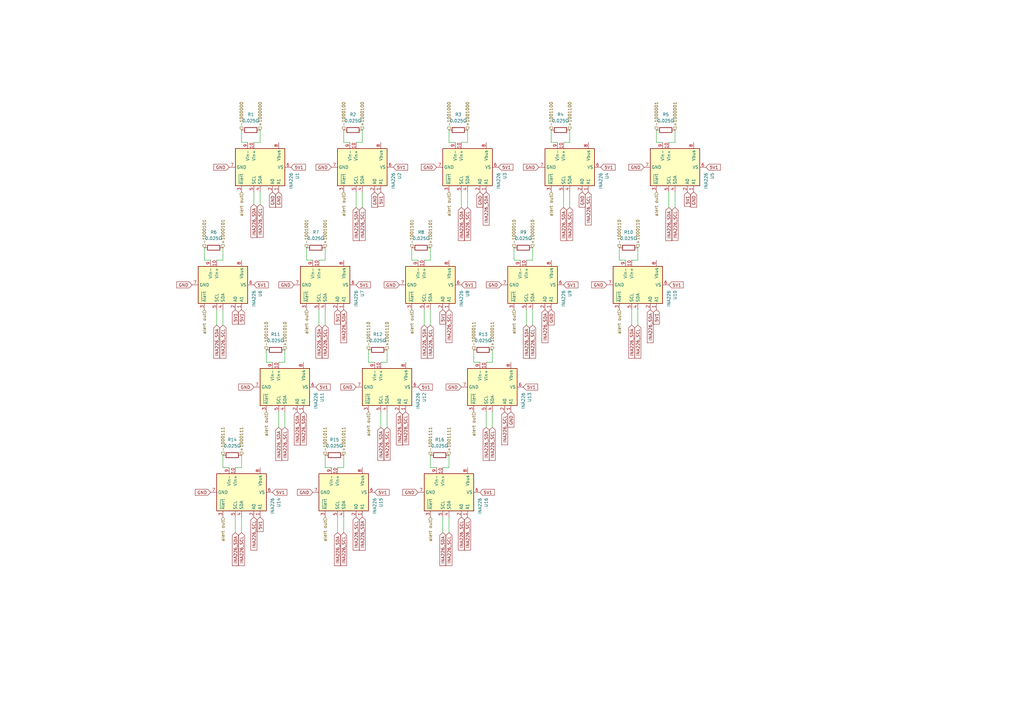
<source format=kicad_sch>
(kicad_sch (version 20231120) (generator "eeschema") (generator_version "8.0")
  (paper "A3")
  (lib_symbols
    (symbol "Device:R" (pin_numbers hide) (pin_names (offset 0))
      (property "Reference" "R" (at 2.032 0 90))
      (property "Value" "R" (at 0 0 90))
      (symbol "R_0_1"
        (rectangle (start -1.016 -2.54) (end 1.016 2.54) (stroke (width 0.254)))
      )
      (symbol "R_1_1"
        (pin passive line (at 0 3.81 270) (length 1.27) (name "~") (number "1"))
        (pin passive line (at 0 -3.81 90) (length 1.27) (name "~") (number "2"))
      )
    )
    (symbol "Sensor_Energy:INA226"
      (property "Reference" "U" (at -6.35 11.43 0))
      (property "Value" "INA226" (at 3.81 11.43 0))
      (symbol "INA226_0_1"
        (rectangle (start 7.62 10.16) (end -7.62 -10.16) (stroke (width 0.254)) (fill (type background)))
      )
      (symbol "INA226_1_1"
        (pin input line (at 10.16 7.62 180) (length 2.54) (name "A1") (number "1"))
        (pin input line (at -10.16 -2.54 0) (length 2.54) (name "Vin+") (number "10"))
        (pin input line (at 10.16 5.08 180) (length 2.54) (name "A0") (number "2"))
        (pin open_collector line (at 10.16 -7.62 180) (length 2.54) (name "~{Alert}") (number "3"))
        (pin bidirectional line (at 10.16 0 180) (length 2.54) (name "SDA") (number "4"))
        (pin input line (at 10.16 -2.54 180) (length 2.54) (name "SCL") (number "5"))
        (pin power_in line (at 0 12.7 270) (length 2.54) (name "VS") (number "6"))
        (pin power_in line (at 0 -12.7 90) (length 2.54) (name "GND") (number "7"))
        (pin input line (at -10.16 7.62 0) (length 2.54) (name "Vbus") (number "8"))
        (pin input line (at -10.16 -5.08 0) (length 2.54) (name "Vin-") (number "9"))
      )
    )
  )
  (wire (pts (xy 106.68 53.34) (xy 106.68 58.42)))
  (wire (pts (xy 140.97 186.69) (xy 140.97 191.77)))
  (wire (pts (xy 133.35 101.6) (xy 133.35 106.68)))
  (wire (pts (xy 259.08 133.35) (xy 259.08 127)))
  (wire (pts (xy 156.21 175.26) (xy 156.21 168.91)))
  (wire (pts (xy 194.31 148.59) (xy 196.85 148.59)))
  (wire (pts (xy 276.86 85.09) (xy 276.86 78.74)))
  (wire (pts (xy 91.44 191.77) (xy 93.98 191.77)))
  (wire (pts (xy 83.82 106.68) (xy 86.36 106.68)))
  (wire (pts (xy 104.14 78.74) (xy 104.14 83.82)))
  (wire (pts (xy 130.81 133.35) (xy 130.81 127)))
  (wire (pts (xy 140.97 191.77) (xy 138.43 191.77)))
  (wire (pts (xy 201.93 148.59) (xy 199.39 148.59)))
  (wire (pts (xy 274.32 85.09) (xy 274.32 78.74)))
  (wire (pts (xy 233.68 58.42) (xy 231.14 58.42)))
  (wire (pts (xy 148.59 85.09) (xy 148.59 78.74)))
  (wire (pts (xy 226.06 58.42) (xy 228.6 58.42)))
  (wire (pts (xy 168.91 106.68) (xy 171.45 106.68)))
  (wire (pts (xy 189.23 85.09) (xy 189.23 78.74)))
  (wire (pts (xy 116.84 175.26) (xy 116.84 168.91)))
  (wire (pts (xy 176.53 186.69) (xy 176.53 191.77)))
  (wire (pts (xy 114.3 175.26) (xy 114.3 168.91)))
  (wire (pts (xy 254 106.68) (xy 256.54 106.68)))
  (wire (pts (xy 168.91 101.6) (xy 168.91 106.68)))
  (wire (pts (xy 184.15 186.69) (xy 184.15 191.77)))
  (wire (pts (xy 106.68 58.42) (xy 104.14 58.42)))
  (wire (pts (xy 99.06 186.69) (xy 99.06 191.77)))
  (wire (pts (xy 276.86 53.34) (xy 276.86 58.42)))
  (wire (pts (xy 109.22 148.59) (xy 111.76 148.59)))
  (wire (pts (xy 231.14 85.09) (xy 231.14 78.74)))
  (wire (pts (xy 158.75 148.59) (xy 156.21 148.59)))
  (wire (pts (xy 176.53 106.68) (xy 173.99 106.68)))
  (wire (pts (xy 133.35 186.69) (xy 133.35 191.77)))
  (wire (pts (xy 91.44 133.35) (xy 91.44 127)))
  (wire (pts (xy 148.59 58.42) (xy 146.05 58.42)))
  (wire (pts (xy 158.75 175.26) (xy 158.75 168.91)))
  (wire (pts (xy 96.52 218.44) (xy 96.52 212.09)))
  (wire (pts (xy 233.68 53.34) (xy 233.68 58.42)))
  (wire (pts (xy 125.73 106.68) (xy 128.27 106.68)))
  (wire (pts (xy 83.82 101.6) (xy 83.82 106.68)))
  (wire (pts (xy 261.62 101.6) (xy 261.62 106.68)))
  (wire (pts (xy 199.39 175.26) (xy 199.39 168.91)))
  (wire (pts (xy 151.13 148.59) (xy 153.67 148.59)))
  (wire (pts (xy 276.86 58.42) (xy 274.32 58.42)))
  (wire (pts (xy 201.93 175.26) (xy 201.93 168.91)))
  (wire (pts (xy 140.97 218.44) (xy 140.97 212.09)))
  (wire (pts (xy 184.15 53.34) (xy 184.15 58.42)))
  (wire (pts (xy 261.62 106.68) (xy 259.08 106.68)))
  (wire (pts (xy 181.61 218.44) (xy 181.61 212.09)))
  (wire (pts (xy 269.24 58.42) (xy 271.78 58.42)))
  (wire (pts (xy 91.44 186.69) (xy 91.44 191.77)))
  (wire (pts (xy 151.13 143.51) (xy 151.13 148.59)))
  (wire (pts (xy 116.84 148.59) (xy 114.3 148.59)))
  (wire (pts (xy 218.44 133.35) (xy 218.44 127)))
  (wire (pts (xy 146.05 85.09) (xy 146.05 78.74)))
  (wire (pts (xy 91.44 101.6) (xy 91.44 106.68)))
  (wire (pts (xy 91.44 106.68) (xy 88.9 106.68)))
  (wire (pts (xy 218.44 101.6) (xy 218.44 106.68)))
  (wire (pts (xy 138.43 218.44) (xy 138.43 212.09)))
  (wire (pts (xy 191.77 58.42) (xy 189.23 58.42)))
  (wire (pts (xy 109.22 143.51) (xy 109.22 148.59)))
  (wire (pts (xy 133.35 191.77) (xy 135.89 191.77)))
  (wire (pts (xy 194.31 143.51) (xy 194.31 148.59)))
  (wire (pts (xy 184.15 191.77) (xy 181.61 191.77)))
  (wire (pts (xy 176.53 133.35) (xy 176.53 127)))
  (wire (pts (xy 99.06 218.44) (xy 99.06 212.09)))
  (wire (pts (xy 99.06 191.77) (xy 96.52 191.77)))
  (wire (pts (xy 210.82 106.68) (xy 213.36 106.68)))
  (wire (pts (xy 191.77 85.09) (xy 191.77 78.74)))
  (wire (pts (xy 210.82 101.6) (xy 210.82 106.68)))
  (wire (pts (xy 99.06 53.34) (xy 99.06 58.42)))
  (wire (pts (xy 140.97 58.42) (xy 143.51 58.42)))
  (wire (pts (xy 261.62 133.35) (xy 261.62 127)))
  (wire (pts (xy 140.97 53.34) (xy 140.97 58.42)))
  (wire (pts (xy 88.9 133.35) (xy 88.9 127)))
  (wire (pts (xy 201.93 143.51) (xy 201.93 148.59)))
  (wire (pts (xy 269.24 53.34) (xy 269.24 58.42)))
  (wire (pts (xy 158.75 143.51) (xy 158.75 148.59)))
  (wire (pts (xy 215.9 133.35) (xy 215.9 127)))
  (wire (pts (xy 176.53 191.77) (xy 179.07 191.77)))
  (wire (pts (xy 133.35 106.68) (xy 130.81 106.68)))
  (wire (pts (xy 116.84 143.51) (xy 116.84 148.59)))
  (wire (pts (xy 173.99 133.35) (xy 173.99 127)))
  (wire (pts (xy 191.77 53.34) (xy 191.77 58.42)))
  (wire (pts (xy 176.53 101.6) (xy 176.53 106.68)))
  (wire (pts (xy 184.15 218.44) (xy 184.15 212.09)))
  (wire (pts (xy 133.35 133.35) (xy 133.35 127)))
  (wire (pts (xy 254 101.6) (xy 254 106.68)))
  (wire (pts (xy 184.15 58.42) (xy 186.69 58.42)))
  (wire (pts (xy 99.06 58.42) (xy 101.6 58.42)))
  (wire (pts (xy 218.44 106.68) (xy 215.9 106.68)))
  (wire (pts (xy 226.06 53.34) (xy 226.06 58.42)))
  (wire (pts (xy 148.59 53.34) (xy 148.59 58.42)))
  (wire (pts (xy 106.68 83.82) (xy 106.68 78.74)))
  (wire (pts (xy 125.73 101.6) (xy 125.73 106.68)))
  (wire (pts (xy 233.68 85.09) (xy 233.68 78.74)))
  (global_label "INA226_SCL" (shape input) (at 176.53 133.35 270) (property "Intersheetrefs" "${INTERSHEET_REFS}" (effects (hide yes))))
  (global_label "INA226_SCL" (shape input) (at 106.68 83.82 270) (property "Intersheetrefs" "${INTERSHEET_REFS}" (effects (hide yes))))
  (global_label "INA226_SDA" (shape input) (at 266.7 127 270) (property "Intersheetrefs" "${INTERSHEET_REFS}" (effects (hide yes))))
  (global_label "5V1" (shape input) (at 129.54 158.75 0) (property "Intersheetrefs" "${INTERSHEET_REFS}" (effects (hide yes))))
  (global_label "INA226_SDA" (shape input) (at 124.46 168.91 270) (property "Intersheetrefs" "${INTERSHEET_REFS}" (effects (hide yes))))
  (global_label "INA226_SDA" (shape input) (at 199.39 175.26 270) (property "Intersheetrefs" "${INTERSHEET_REFS}" (effects (hide yes))))
  (global_label "INA226_SDA" (shape input) (at 189.23 85.09 270) (property "Intersheetrefs" "${INTERSHEET_REFS}" (effects (hide yes))))
  (global_label "5V1" (shape input) (at 269.24 127 270) (property "Intersheetrefs" "${INTERSHEET_REFS}" (effects (hide yes))))
  (global_label "INA226_SDA" (shape input) (at 156.21 175.26 270) (property "Intersheetrefs" "${INTERSHEET_REFS}" (effects (hide yes))))
  (global_label "INA226_SCL" (shape input) (at 133.35 133.35 270) (property "Intersheetrefs" "${INTERSHEET_REFS}" (effects (hide yes))))
  (global_label "INA226_SDA" (shape input) (at 148.59 212.09 270) (property "Intersheetrefs" "${INTERSHEET_REFS}" (effects (hide yes))))
  (global_label "GND" (shape input) (at 284.48 78.74 270) (property "Intersheetrefs" "${INTERSHEET_REFS}" (effects (hide yes))))
  (global_label "INA226_SCL" (shape input) (at 191.77 85.09 270) (property "Intersheetrefs" "${INTERSHEET_REFS}" (effects (hide yes))))
  (global_label "GND" (shape input) (at 111.76 78.74 270) (property "Intersheetrefs" "${INTERSHEET_REFS}" (effects (hide yes))))
  (global_label "INA226_SCL" (shape input) (at 91.44 133.35 270) (property "Intersheetrefs" "${INTERSHEET_REFS}" (effects (hide yes))))
  (global_label "5V1" (shape input) (at 99.06 127 270) (property "Intersheetrefs" "${INTERSHEET_REFS}" (effects (hide yes))))
  (global_label "5V1" (shape input) (at 246.38 68.58 0) (property "Intersheetrefs" "${INTERSHEET_REFS}" (effects (hide yes))))
  (global_label "INA226_SDA" (shape input) (at 130.81 133.35 270) (property "Intersheetrefs" "${INTERSHEET_REFS}" (effects (hide yes))))
  (global_label "INA226_SCL" (shape input) (at 166.37 168.91 270) (property "Intersheetrefs" "${INTERSHEET_REFS}" (effects (hide yes))))
  (global_label "INA226_SCL" (shape input) (at 201.93 175.26 270) (property "Intersheetrefs" "${INTERSHEET_REFS}" (effects (hide yes))))
  (global_label "GND" (shape input) (at 209.55 168.91 270) (property "Intersheetrefs" "${INTERSHEET_REFS}" (effects (hide yes))))
  (global_label "INA226_SCL" (shape input) (at 104.14 212.09 270) (property "Intersheetrefs" "${INTERSHEET_REFS}" (effects (hide yes))))
  (global_label "INA226_SCL" (shape input) (at 146.05 212.09 270) (property "Intersheetrefs" "${INTERSHEET_REFS}" (effects (hide yes))))
  (global_label "INA226_SDA" (shape input) (at 173.99 133.35 270) (property "Intersheetrefs" "${INTERSHEET_REFS}" (effects (hide yes))))
  (global_label "INA226_SDA" (shape input) (at 96.52 218.44 270) (property "Intersheetrefs" "${INTERSHEET_REFS}" (effects (hide yes))))
  (global_label "GND" (shape input) (at 163.83 116.84 180) (property "Intersheetrefs" "${INTERSHEET_REFS}" (effects (hide yes))))
  (global_label "GND" (shape input) (at 264.16 68.58 180) (property "Intersheetrefs" "${INTERSHEET_REFS}" (effects (hide yes))))
  (global_label "5V1" (shape input) (at 161.29 68.58 0) (property "Intersheetrefs" "${INTERSHEET_REFS}" (effects (hide yes))))
  (global_label "GND" (shape input) (at 220.98 68.58 180) (property "Intersheetrefs" "${INTERSHEET_REFS}" (effects (hide yes))))
  (global_label "INA226_SDA" (shape input) (at 104.14 83.82 270) (property "Intersheetrefs" "${INTERSHEET_REFS}" (effects (hide yes))))
  (global_label "5V1" (shape input) (at 274.32 116.84 0) (property "Intersheetrefs" "${INTERSHEET_REFS}" (effects (hide yes))))
  (global_label "5V1" (shape input) (at 181.61 127 270) (property "Intersheetrefs" "${INTERSHEET_REFS}" (effects (hide yes))))
  (global_label "INA226_SCL" (shape input) (at 158.75 175.26 270) (property "Intersheetrefs" "${INTERSHEET_REFS}" (effects (hide yes))))
  (global_label "GND" (shape input) (at 196.85 78.74 270) (property "Intersheetrefs" "${INTERSHEET_REFS}" (effects (hide yes))))
  (global_label "5V1" (shape input) (at 146.05 116.84 0) (property "Intersheetrefs" "${INTERSHEET_REFS}" (effects (hide yes))))
  (global_label "INA226_SCL" (shape input) (at 184.15 218.44 270) (property "Intersheetrefs" "${INTERSHEET_REFS}" (effects (hide yes))))
  (global_label "INA226_SCL" (shape input) (at 189.23 212.09 270) (property "Intersheetrefs" "${INTERSHEET_REFS}" (effects (hide yes))))
  (global_label "5V1" (shape input) (at 289.56 68.58 0) (property "Intersheetrefs" "${INTERSHEET_REFS}" (effects (hide yes))))
  (global_label "5V1" (shape input) (at 156.21 78.74 270) (property "Intersheetrefs" "${INTERSHEET_REFS}" (effects (hide yes))))
  (global_label "GND" (shape input) (at 189.23 158.75 180) (property "Intersheetrefs" "${INTERSHEET_REFS}" (effects (hide yes))))
  (global_label "GND" (shape input) (at 104.14 158.75 180) (property "Intersheetrefs" "${INTERSHEET_REFS}" (effects (hide yes))))
  (global_label "5V1" (shape input) (at 204.47 68.58 0) (property "Intersheetrefs" "${INTERSHEET_REFS}" (effects (hide yes))))
  (global_label "INA226_SDA" (shape input) (at 274.32 85.09 270) (property "Intersheetrefs" "${INTERSHEET_REFS}" (effects (hide yes))))
  (global_label "INA226_SDA" (shape input) (at 121.92 168.91 270) (property "Intersheetrefs" "${INTERSHEET_REFS}" (effects (hide yes))))
  (global_label "INA226_SCL" (shape input) (at 184.15 127 270) (property "Intersheetrefs" "${INTERSHEET_REFS}" (effects (hide yes))))
  (global_label "INA226_SDA" (shape input) (at 114.3 175.26 270) (property "Intersheetrefs" "${INTERSHEET_REFS}" (effects (hide yes))))
  (global_label "INA226_SDA" (shape input) (at 215.9 133.35 270) (property "Intersheetrefs" "${INTERSHEET_REFS}" (effects (hide yes))))
  (global_label "GND" (shape input) (at 86.36 201.93 180) (property "Intersheetrefs" "${INTERSHEET_REFS}" (effects (hide yes))))
  (global_label "INA226_SCL" (shape input) (at 191.77 212.09 270) (property "Intersheetrefs" "${INTERSHEET_REFS}" (effects (hide yes))))
  (global_label "5V1" (shape input) (at 231.14 116.84 0) (property "Intersheetrefs" "${INTERSHEET_REFS}" (effects (hide yes))))
  (global_label "INA226_SDA" (shape input) (at 146.05 85.09 270) (property "Intersheetrefs" "${INTERSHEET_REFS}" (effects (hide yes))))
  (global_label "GND" (shape input) (at 179.07 68.58 180) (property "Intersheetrefs" "${INTERSHEET_REFS}" (effects (hide yes))))
  (global_label "INA226_SCL" (shape input) (at 148.59 85.09 270) (property "Intersheetrefs" "${INTERSHEET_REFS}" (effects (hide yes))))
  (global_label "INA226_SDA" (shape input) (at 223.52 127 270) (property "Intersheetrefs" "${INTERSHEET_REFS}" (effects (hide yes))))
  (global_label "INA226_SCL" (shape input) (at 116.84 175.26 270) (property "Intersheetrefs" "${INTERSHEET_REFS}" (effects (hide yes))))
  (global_label "5V1" (shape input) (at 153.67 201.93 0) (property "Intersheetrefs" "${INTERSHEET_REFS}" (effects (hide yes))))
  (global_label "GND" (shape input) (at 120.65 116.84 180) (property "Intersheetrefs" "${INTERSHEET_REFS}" (effects (hide yes))))
  (global_label "5V1" (shape input) (at 106.68 212.09 270) (property "Intersheetrefs" "${INTERSHEET_REFS}" (effects (hide yes))))
  (global_label "GND" (shape input) (at 248.92 116.84 180) (property "Intersheetrefs" "${INTERSHEET_REFS}" (effects (hide yes))))
  (global_label "INA226_SCL" (shape input) (at 218.44 133.35 270) (property "Intersheetrefs" "${INTERSHEET_REFS}" (effects (hide yes))))
  (global_label "GND" (shape input) (at 238.76 78.74 270) (property "Intersheetrefs" "${INTERSHEET_REFS}" (effects (hide yes))))
  (global_label "GND" (shape input) (at 153.67 78.74 270) (property "Intersheetrefs" "${INTERSHEET_REFS}" (effects (hide yes))))
  (global_label "INA226_SCL" (shape input) (at 241.3 78.74 270) (property "Intersheetrefs" "${INTERSHEET_REFS}" (effects (hide yes))))
  (global_label "INA226_SCL" (shape input) (at 276.86 85.09 270) (property "Intersheetrefs" "${INTERSHEET_REFS}" (effects (hide yes))))
  (global_label "INA226_SDA" (shape input) (at 140.97 127 270) (property "Intersheetrefs" "${INTERSHEET_REFS}" (effects (hide yes))))
  (global_label "5V1" (shape input) (at 214.63 158.75 0) (property "Intersheetrefs" "${INTERSHEET_REFS}" (effects (hide yes))))
  (global_label "INA226_SDA" (shape input) (at 138.43 218.44 270) (property "Intersheetrefs" "${INTERSHEET_REFS}" (effects (hide yes))))
  (global_label "5V1" (shape input) (at 119.38 68.58 0) (property "Intersheetrefs" "${INTERSHEET_REFS}" (effects (hide yes))))
  (global_label "GND" (shape input) (at 128.27 201.93 180) (property "Intersheetrefs" "${INTERSHEET_REFS}" (effects (hide yes))))
  (global_label "5V1" (shape input) (at 281.94 78.74 270) (property "Intersheetrefs" "${INTERSHEET_REFS}" (effects (hide yes))))
  (global_label "INA226_SCL" (shape input) (at 99.06 218.44 270) (property "Intersheetrefs" "${INTERSHEET_REFS}" (effects (hide yes))))
  (global_label "INA226_SDA" (shape input) (at 163.83 168.91 270) (property "Intersheetrefs" "${INTERSHEET_REFS}" (effects (hide yes))))
  (global_label "GND" (shape input) (at 146.05 158.75 180) (property "Intersheetrefs" "${INTERSHEET_REFS}" (effects (hide yes))))
  (global_label "5V1" (shape input) (at 138.43 127 270) (property "Intersheetrefs" "${INTERSHEET_REFS}" (effects (hide yes))))
  (global_label "GND" (shape input) (at 205.74 116.84 180) (property "Intersheetrefs" "${INTERSHEET_REFS}" (effects (hide yes))))
  (global_label "GND" (shape input) (at 171.45 201.93 180) (property "Intersheetrefs" "${INTERSHEET_REFS}" (effects (hide yes))))
  (global_label "GND" (shape input) (at 93.98 68.58 180) (property "Intersheetrefs" "${INTERSHEET_REFS}" (effects (hide yes))))
  (global_label "5V1" (shape input) (at 196.85 201.93 0) (property "Intersheetrefs" "${INTERSHEET_REFS}" (effects (hide yes))))
  (global_label "INA226_SDA" (shape input) (at 199.39 78.74 270) (property "Intersheetrefs" "${INTERSHEET_REFS}" (effects (hide yes))))
  (global_label "5V1" (shape input) (at 104.14 116.84 0) (property "Intersheetrefs" "${INTERSHEET_REFS}" (effects (hide yes))))
  (global_label "INA226_SCL" (shape input) (at 233.68 85.09 270) (property "Intersheetrefs" "${INTERSHEET_REFS}" (effects (hide yes))))
  (global_label "INA226_SDA" (shape input) (at 231.14 85.09 270) (property "Intersheetrefs" "${INTERSHEET_REFS}" (effects (hide yes))))
  (global_label "GND" (shape input) (at 114.3 78.74 270) (property "Intersheetrefs" "${INTERSHEET_REFS}" (effects (hide yes))))
  (global_label "INA226_SCL" (shape input) (at 140.97 218.44 270) (property "Intersheetrefs" "${INTERSHEET_REFS}" (effects (hide yes))))
  (global_label "INA226_SDA" (shape input) (at 181.61 218.44 270) (property "Intersheetrefs" "${INTERSHEET_REFS}" (effects (hide yes))))
  (global_label "GND" (shape input) (at 78.74 116.84 180) (property "Intersheetrefs" "${INTERSHEET_REFS}" (effects (hide yes))))
  (global_label "5V1" (shape input) (at 111.76 201.93 0) (property "Intersheetrefs" "${INTERSHEET_REFS}" (effects (hide yes))))
  (global_label "INA226_SDA" (shape input) (at 259.08 133.35 270) (property "Intersheetrefs" "${INTERSHEET_REFS}" (effects (hide yes))))
  (global_label "5V1" (shape input) (at 189.23 116.84 0) (property "Intersheetrefs" "${INTERSHEET_REFS}" (effects (hide yes))))
  (global_label "GND" (shape input) (at 226.06 127 270) (property "Intersheetrefs" "${INTERSHEET_REFS}" (effects (hide yes))))
  (global_label "INA226_SCL" (shape input) (at 207.01 168.91 270) (property "Intersheetrefs" "${INTERSHEET_REFS}" (effects (hide yes))))
  (global_label "5V1" (shape input) (at 171.45 158.75 0) (property "Intersheetrefs" "${INTERSHEET_REFS}" (effects (hide yes))))
  (global_label "INA226_SDA" (shape input) (at 88.9 133.35 270) (property "Intersheetrefs" "${INTERSHEET_REFS}" (effects (hide yes))))
  (global_label "5V1" (shape input) (at 96.52 127 270) (property "Intersheetrefs" "${INTERSHEET_REFS}" (effects (hide yes))))
  (global_label "INA226_SCL" (shape input) (at 261.62 133.35 270) (property "Intersheetrefs" "${INTERSHEET_REFS}" (effects (hide yes))))
  (global_label "GND" (shape input) (at 135.89 68.58 180) (property "Intersheetrefs" "${INTERSHEET_REFS}" (effects (hide yes))))
  (hierarchical_label "+1001110" (shape input) (at 158.75 143.51 90))
  (hierarchical_label "+1000001" (shape input) (at 276.86 53.34 90))
  (hierarchical_label "+1000100" (shape input) (at 148.59 53.34 90))
  (hierarchical_label "alert out" (shape input) (at 125.73 127 270))
  (hierarchical_label "-1000111" (shape input) (at 91.44 186.69 90))
  (hierarchical_label "+1000000" (shape input) (at 106.68 53.34 90))
  (hierarchical_label "alert out" (shape input) (at 83.82 127 270))
  (hierarchical_label "alert out" (shape input) (at 99.06 78.74 270))
  (hierarchical_label "alert out" (shape input) (at 91.44 212.09 270))
  (hierarchical_label "alert out" (shape input) (at 176.53 212.09 270))
  (hierarchical_label "-1000011" (shape input) (at 194.31 143.51 90))
  (hierarchical_label "-1001011" (shape input) (at 133.35 186.69 90))
  (hierarchical_label "+1001101" (shape input) (at 176.53 101.6 90))
  (hierarchical_label "-1000001" (shape input) (at 269.24 53.34 90))
  (hierarchical_label "-1001100" (shape input) (at 226.06 53.34 90))
  (hierarchical_label "alert out" (shape input) (at 210.82 127 270))
  (hierarchical_label "alert out" (shape input) (at 254 127 270))
  (hierarchical_label "+1000110" (shape input) (at 261.62 101.6 90))
  (hierarchical_label "-1001010" (shape input) (at 109.22 143.51 90))
  (hierarchical_label "-1001101" (shape input) (at 168.91 101.6 90))
  (hierarchical_label "+1000101" (shape input) (at 91.44 101.6 90))
  (hierarchical_label "+1001100" (shape input) (at 233.68 53.34 90))
  (hierarchical_label "-1001110" (shape input) (at 151.13 143.51 90))
  (hierarchical_label "+1000010" (shape input) (at 218.44 101.6 90))
  (hierarchical_label "+1001011" (shape input) (at 140.97 186.69 90))
  (hierarchical_label "alert out" (shape input) (at 151.13 168.91 270))
  (hierarchical_label "-1000000" (shape input) (at 99.06 53.34 90))
  (hierarchical_label "+1001010" (shape input) (at 116.84 143.51 90))
  (hierarchical_label "+1000011" (shape input) (at 201.93 143.51 90))
  (hierarchical_label "alert out" (shape input) (at 184.15 78.74 270))
  (hierarchical_label "alert out" (shape input) (at 269.24 78.74 270))
  (hierarchical_label "-1001000" (shape input) (at 184.15 53.34 90))
  (hierarchical_label "alert out" (shape input) (at 226.06 78.74 270))
  (hierarchical_label "alert out" (shape input) (at 168.91 127 270))
  (hierarchical_label "-1001001" (shape input) (at 125.73 101.6 90))
  (hierarchical_label "+1001001" (shape input) (at 133.35 101.6 90))
  (hierarchical_label "-1000100" (shape input) (at 140.97 53.34 90))
  (hierarchical_label "alert out" (shape input) (at 140.97 78.74 270))
  (hierarchical_label "-1000101" (shape input) (at 83.82 101.6 90))
  (hierarchical_label "alert out" (shape input) (at 109.22 168.91 270))
  (hierarchical_label "-1000010" (shape input) (at 210.82 101.6 90))
  (hierarchical_label "-1001111" (shape input) (at 176.53 186.69 90))
  (hierarchical_label "+1001000" (shape input) (at 191.77 53.34 90))
  (hierarchical_label "+1001111" (shape input) (at 184.15 186.69 90))
  (hierarchical_label "+1000111" (shape input) (at 99.06 186.69 90))
  (hierarchical_label "-1000110" (shape input) (at 254 101.6 90))
  (hierarchical_label "alert out" (shape input) (at 194.31 168.91 270))
  (hierarchical_label "alert out" (shape input) (at 133.35 212.09 270))
  (symbol (lib_id "Device:R") (at 113.03 143.51 270) (unit 1)
    (property "Reference" "R11" (at 113.03 137.16 90))
    (property "Value" "0.025Ω" (at 113.03 139.7 90))
    (property "Footprint" "Resistor_SMD:R_2512_6332Metric_Pad1.40x3.35mm_HandSolder" (effects (hide yes)))
    (property "Description" "Resistor" (effects (hide yes)))
    (property "Url" "https://hu.farnell.com/vishay/wfma2512r0250fea/res-0r025-3w-2512-metal-plate/dp/3102734?srsltid=AfmBOoo6H5Un0cHiqeag9ovCQvXpnbJqYON7v56Iowkpb5I1FAlzBtap" (effects (hide yes)))
  )
  (symbol (lib_id "Device:R") (at 154.94 143.51 270) (unit 1)
    (property "Reference" "R12" (at 154.94 137.16 90))
    (property "Value" "0.025Ω" (at 154.94 139.7 90))
    (property "Footprint" "Resistor_SMD:R_2512_6332Metric_Pad1.40x3.35mm_HandSolder" (effects (hide yes)))
    (property "Description" "Resistor" (effects (hide yes)))
    (property "Url" "https://hu.farnell.com/vishay/wfma2512r0250fea/res-0r025-3w-2512-metal-plate/dp/3102734?srsltid=AfmBOoo6H5Un0cHiqeag9ovCQvXpnbJqYON7v56Iowkpb5I1FAlzBtap" (effects (hide yes)))
  )
  (symbol (lib_id "Sensor_Energy:INA226") (at 176.53 116.84 270) (unit 1)
    (property "Reference" "U8" (at 191.77 119.0341 0) (effects (justify left)))
    (property "Value" "INA226" (at 189.23 119.0341 0) (effects (justify left)))
    (property "Footprint" "Package_SO:VSSOP-10_3x3mm_P0.5mm" (effects (hide yes)))
    (property "Datasheet" "http://www.ti.com/lit/ds/symlink/ina226.pdf" (effects (hide yes)))
    (property "Description" "High-Side or Low-Side Measurement, Bi-Directional Current and Power Monitor (0-36V) with I2C Compatible Interface, VSSOP-10" (effects (hide yes)))
  )
  (symbol (lib_id "Sensor_Energy:INA226") (at 218.44 116.84 270) (unit 1)
    (property "Reference" "U9" (at 233.68 119.0341 0) (effects (justify left)))
    (property "Value" "INA226" (at 231.14 119.0341 0) (effects (justify left)))
    (property "Footprint" "Package_SO:VSSOP-10_3x3mm_P0.5mm" (effects (hide yes)))
    (property "Datasheet" "http://www.ti.com/lit/ds/symlink/ina226.pdf" (effects (hide yes)))
    (property "Description" "High-Side or Low-Side Measurement, Bi-Directional Current and Power Monitor (0-36V) with I2C Compatible Interface, VSSOP-10" (effects (hide yes)))
  )
  (symbol (lib_id "Sensor_Energy:INA226") (at 158.75 158.75 270) (unit 1)
    (property "Reference" "U12" (at 173.99 160.9441 0) (effects (justify left)))
    (property "Value" "INA226" (at 171.45 160.9441 0) (effects (justify left)))
    (property "Footprint" "Package_SO:VSSOP-10_3x3mm_P0.5mm" (effects (hide yes)))
    (property "Datasheet" "http://www.ti.com/lit/ds/symlink/ina226.pdf" (effects (hide yes)))
    (property "Description" "High-Side or Low-Side Measurement, Bi-Directional Current and Power Monitor (0-36V) with I2C Compatible Interface, VSSOP-10" (effects (hide yes)))
  )
  (symbol (lib_id "Device:R") (at 198.12 143.51 270) (unit 1)
    (property "Reference" "R13" (at 198.12 137.16 90))
    (property "Value" "0.025Ω" (at 198.12 139.7 90))
    (property "Footprint" "Resistor_SMD:R_2512_6332Metric_Pad1.40x3.35mm_HandSolder" (effects (hide yes)))
    (property "Description" "Resistor" (effects (hide yes)))
    (property "Url" "https://hu.farnell.com/vishay/wfma2512r0250fea/res-0r025-3w-2512-metal-plate/dp/3102734?srsltid=AfmBOoo6H5Un0cHiqeag9ovCQvXpnbJqYON7v56Iowkpb5I1FAlzBtap" (effects (hide yes)))
  )
  (symbol (lib_id "Device:R") (at 144.78 53.34 270) (unit 1)
    (property "Reference" "R2" (at 144.78 46.99 90))
    (property "Value" "0.025Ω" (at 144.78 49.53 90))
    (property "Footprint" "Resistor_SMD:R_2512_6332Metric_Pad1.40x3.35mm_HandSolder" (effects (hide yes)))
    (property "Description" "Resistor" (effects (hide yes)))
    (property "Url" "https://hu.farnell.com/vishay/wfma2512r0250fea/res-0r025-3w-2512-metal-plate/dp/3102734?srsltid=AfmBOoo6H5Un0cHiqeag9ovCQvXpnbJqYON7v56Iowkpb5I1FAlzBtap" (effects (hide yes)))
  )
  (symbol (lib_id "Sensor_Energy:INA226") (at 233.68 68.58 270) (unit 1)
    (property "Reference" "U4" (at 248.92 70.7741 0) (effects (justify left)))
    (property "Value" "INA226" (at 246.38 70.7741 0) (effects (justify left)))
    (property "Footprint" "Package_SO:VSSOP-10_3x3mm_P0.5mm" (effects (hide yes)))
    (property "Datasheet" "http://www.ti.com/lit/ds/symlink/ina226.pdf" (effects (hide yes)))
    (property "Description" "High-Side or Low-Side Measurement, Bi-Directional Current and Power Monitor (0-36V) with I2C Compatible Interface, VSSOP-10" (effects (hide yes)))
  )
  (symbol (lib_id "Sensor_Energy:INA226") (at 191.77 68.58 270) (unit 1)
    (property "Reference" "U3" (at 207.01 70.7741 0) (effects (justify left)))
    (property "Value" "INA226" (at 204.47 70.7741 0) (effects (justify left)))
    (property "Footprint" "Package_SO:VSSOP-10_3x3mm_P0.5mm" (effects (hide yes)))
    (property "Datasheet" "http://www.ti.com/lit/ds/symlink/ina226.pdf" (effects (hide yes)))
    (property "Description" "High-Side or Low-Side Measurement, Bi-Directional Current and Power Monitor (0-36V) with I2C Compatible Interface, VSSOP-10" (effects (hide yes)))
  )
  (symbol (lib_id "Sensor_Energy:INA226") (at 116.84 158.75 270) (unit 1)
    (property "Reference" "U11" (at 132.08 160.9441 0) (effects (justify left)))
    (property "Value" "INA226" (at 129.54 160.9441 0) (effects (justify left)))
    (property "Footprint" "Package_SO:VSSOP-10_3x3mm_P0.5mm" (effects (hide yes)))
    (property "Datasheet" "http://www.ti.com/lit/ds/symlink/ina226.pdf" (effects (hide yes)))
    (property "Description" "High-Side or Low-Side Measurement, Bi-Directional Current and Power Monitor (0-36V) with I2C Compatible Interface, VSSOP-10" (effects (hide yes)))
  )
  (symbol (lib_id "Sensor_Energy:INA226") (at 133.35 116.84 270) (unit 1)
    (property "Reference" "U7" (at 148.59 119.0341 0) (effects (justify left)))
    (property "Value" "INA226" (at 146.05 119.0341 0) (effects (justify left)))
    (property "Footprint" "Package_SO:VSSOP-10_3x3mm_P0.5mm" (effects (hide yes)))
    (property "Datasheet" "http://www.ti.com/lit/ds/symlink/ina226.pdf" (effects (hide yes)))
    (property "Description" "High-Side or Low-Side Measurement, Bi-Directional Current and Power Monitor (0-36V) with I2C Compatible Interface, VSSOP-10" (effects (hide yes)))
  )
  (symbol (lib_id "Sensor_Energy:INA226") (at 91.44 116.84 270) (unit 1)
    (property "Reference" "U6" (at 106.68 119.0341 0) (effects (justify left)))
    (property "Value" "INA226" (at 104.14 119.0341 0) (effects (justify left)))
    (property "Footprint" "Package_SO:VSSOP-10_3x3mm_P0.5mm" (effects (hide yes)))
    (property "Datasheet" "http://www.ti.com/lit/ds/symlink/ina226.pdf" (effects (hide yes)))
    (property "Description" "High-Side or Low-Side Measurement, Bi-Directional Current and Power Monitor (0-36V) with I2C Compatible Interface, VSSOP-10" (effects (hide yes)))
  )
  (symbol (lib_id "Sensor_Energy:INA226") (at 276.86 68.58 270) (unit 1)
    (property "Reference" "U5" (at 292.1 70.7741 0) (effects (justify left)))
    (property "Value" "INA226" (at 289.56 70.7741 0) (effects (justify left)))
    (property "Footprint" "Package_SO:VSSOP-10_3x3mm_P0.5mm" (effects (hide yes)))
    (property "Datasheet" "http://www.ti.com/lit/ds/symlink/ina226.pdf" (effects (hide yes)))
    (property "Description" "High-Side or Low-Side Measurement, Bi-Directional Current and Power Monitor (0-36V) with I2C Compatible Interface, VSSOP-10" (effects (hide yes)))
  )
  (symbol (lib_id "Device:R") (at 129.54 101.6 270) (unit 1)
    (property "Reference" "R7" (at 129.54 95.25 90))
    (property "Value" "0.025Ω" (at 129.54 97.79 90))
    (property "Footprint" "Resistor_SMD:R_2512_6332Metric_Pad1.40x3.35mm_HandSolder" (effects (hide yes)))
    (property "Description" "Resistor" (effects (hide yes)))
    (property "Url" "https://hu.farnell.com/vishay/wfma2512r0250fea/res-0r025-3w-2512-metal-plate/dp/3102734?srsltid=AfmBOoo6H5Un0cHiqeag9ovCQvXpnbJqYON7v56Iowkpb5I1FAlzBtap" (effects (hide yes)))
  )
  (symbol (lib_id "Device:R") (at 102.87 53.34 270) (unit 1)
    (property "Reference" "R1" (at 102.87 46.99 90))
    (property "Value" "0.025Ω" (at 102.87 49.53 90))
    (property "Footprint" "Resistor_SMD:R_2512_6332Metric_Pad1.40x3.35mm_HandSolder" (effects (hide yes)))
    (property "Description" "Resistor" (effects (hide yes)))
    (property "Url" "https://hu.farnell.com/vishay/wfma2512r0250fea/res-0r025-3w-2512-metal-plate/dp/3102734?srsltid=AfmBOoo6H5Un0cHiqeag9ovCQvXpnbJqYON7v56Iowkpb5I1FAlzBtap" (effects (hide yes)))
  )
  (symbol (lib_id "Device:R") (at 172.72 101.6 270) (unit 1)
    (property "Reference" "R8" (at 172.72 95.25 90))
    (property "Value" "0.025Ω" (at 172.72 97.79 90))
    (property "Footprint" "Resistor_SMD:R_2512_6332Metric_Pad1.40x3.35mm_HandSolder" (effects (hide yes)))
    (property "Description" "Resistor" (effects (hide yes)))
    (property "Url" "https://hu.farnell.com/vishay/wfma2512r0250fea/res-0r025-3w-2512-metal-plate/dp/3102734?srsltid=AfmBOoo6H5Un0cHiqeag9ovCQvXpnbJqYON7v56Iowkpb5I1FAlzBtap" (effects (hide yes)))
  )
  (symbol (lib_id "Device:R") (at 257.81 101.6 270) (unit 1)
    (property "Reference" "R10" (at 257.81 95.25 90))
    (property "Value" "0.025Ω" (at 257.81 97.79 90))
    (property "Footprint" "Resistor_SMD:R_2512_6332Metric_Pad1.40x3.35mm_HandSolder" (effects (hide yes)))
    (property "Description" "Resistor" (effects (hide yes)))
    (property "Url" "https://hu.farnell.com/vishay/wfma2512r0250fea/res-0r025-3w-2512-metal-plate/dp/3102734?srsltid=AfmBOoo6H5Un0cHiqeag9ovCQvXpnbJqYON7v56Iowkpb5I1FAlzBtap" (effects (hide yes)))
  )
  (symbol (lib_id "Sensor_Energy:INA226") (at 148.59 68.58 270) (unit 1)
    (property "Reference" "U2" (at 163.83 70.7741 0) (effects (justify left)))
    (property "Value" "INA226" (at 161.29 70.7741 0) (effects (justify left)))
    (property "Footprint" "Package_SO:VSSOP-10_3x3mm_P0.5mm" (effects (hide yes)))
    (property "Datasheet" "http://www.ti.com/lit/ds/symlink/ina226.pdf" (effects (hide yes)))
    (property "Description" "High-Side or Low-Side Measurement, Bi-Directional Current and Power Monitor (0-36V) with I2C Compatible Interface, VSSOP-10" (effects (hide yes)))
  )
  (symbol (lib_id "Sensor_Energy:INA226") (at 99.06 201.93 270) (unit 1)
    (property "Reference" "U14" (at 114.3 204.1241 0) (effects (justify left)))
    (property "Value" "INA226" (at 111.76 204.1241 0) (effects (justify left)))
    (property "Footprint" "Package_SO:VSSOP-10_3x3mm_P0.5mm" (effects (hide yes)))
    (property "Datasheet" "http://www.ti.com/lit/ds/symlink/ina226.pdf" (effects (hide yes)))
    (property "Description" "High-Side or Low-Side Measurement, Bi-Directional Current and Power Monitor (0-36V) with I2C Compatible Interface, VSSOP-10" (effects (hide yes)))
  )
  (symbol (lib_id "Device:R") (at 273.05 53.34 270) (unit 1)
    (property "Reference" "R5" (at 273.05 46.99 90))
    (property "Value" "0.025Ω" (at 273.05 49.53 90))
    (property "Footprint" "Resistor_SMD:R_2512_6332Metric_Pad1.40x3.35mm_HandSolder" (effects (hide yes)))
    (property "Description" "Resistor" (effects (hide yes)))
    (property "Url" "https://hu.farnell.com/vishay/wfma2512r0250fea/res-0r025-3w-2512-metal-plate/dp/3102734?srsltid=AfmBOoo6H5Un0cHiqeag9ovCQvXpnbJqYON7v56Iowkpb5I1FAlzBtap" (effects (hide yes)))
  )
  (symbol (lib_id "Sensor_Energy:INA226") (at 201.93 158.75 270) (unit 1)
    (property "Reference" "U13" (at 217.17 160.9441 0) (effects (justify left)))
    (property "Value" "INA226" (at 214.63 160.9441 0) (effects (justify left)))
    (property "Footprint" "Package_SO:VSSOP-10_3x3mm_P0.5mm" (effects (hide yes)))
    (property "Datasheet" "http://www.ti.com/lit/ds/symlink/ina226.pdf" (effects (hide yes)))
    (property "Description" "High-Side or Low-Side Measurement, Bi-Directional Current and Power Monitor (0-36V) with I2C Compatible Interface, VSSOP-10" (effects (hide yes)))
  )
  (symbol (lib_id "Device:R") (at 187.96 53.34 270) (unit 1)
    (property "Reference" "R3" (at 187.96 46.99 90))
    (property "Value" "0.025Ω" (at 187.96 49.53 90))
    (property "Footprint" "Resistor_SMD:R_2512_6332Metric_Pad1.40x3.35mm_HandSolder" (effects (hide yes)))
    (property "Description" "Resistor" (effects (hide yes)))
    (property "Url" "https://hu.farnell.com/vishay/wfma2512r0250fea/res-0r025-3w-2512-metal-plate/dp/3102734?srsltid=AfmBOoo6H5Un0cHiqeag9ovCQvXpnbJqYON7v56Iowkpb5I1FAlzBtap" (effects (hide yes)))
  )
  (symbol (lib_id "Device:R") (at 229.87 53.34 270) (unit 1)
    (property "Reference" "R4" (at 229.87 46.99 90))
    (property "Value" "0.025Ω" (at 229.87 49.53 90))
    (property "Footprint" "Resistor_SMD:R_2512_6332Metric_Pad1.40x3.35mm_HandSolder" (effects (hide yes)))
    (property "Description" "Resistor" (effects (hide yes)))
    (property "Url" "https://hu.farnell.com/vishay/wfma2512r0250fea/res-0r025-3w-2512-metal-plate/dp/3102734?srsltid=AfmBOoo6H5Un0cHiqeag9ovCQvXpnbJqYON7v56Iowkpb5I1FAlzBtap" (effects (hide yes)))
  )
  (symbol (lib_id "Sensor_Energy:INA226") (at 106.68 68.58 270) (unit 1)
    (property "Reference" "U1" (at 121.92 70.7741 0) (effects (justify left)))
    (property "Value" "INA226" (at 119.38 70.7741 0) (effects (justify left)))
    (property "Footprint" "Package_SO:VSSOP-10_3x3mm_P0.5mm" (effects (hide yes)))
    (property "Datasheet" "http://www.ti.com/lit/ds/symlink/ina226.pdf" (effects (hide yes)))
    (property "Description" "High-Side or Low-Side Measurement, Bi-Directional Current and Power Monitor (0-36V) with I2C Compatible Interface, VSSOP-10" (effects (hide yes)))
  )
  (symbol (lib_id "Device:R") (at 137.16 186.69 270) (unit 1)
    (property "Reference" "R15" (at 137.16 180.34 90))
    (property "Value" "0.025Ω" (at 137.16 182.88 90))
    (property "Footprint" "Resistor_SMD:R_2512_6332Metric_Pad1.40x3.35mm_HandSolder" (effects (hide yes)))
    (property "Description" "Resistor" (effects (hide yes)))
    (property "Url" "https://hu.farnell.com/vishay/wfma2512r0250fea/res-0r025-3w-2512-metal-plate/dp/3102734?srsltid=AfmBOoo6H5Un0cHiqeag9ovCQvXpnbJqYON7v56Iowkpb5I1FAlzBtap" (effects (hide yes)))
  )
  (symbol (lib_id "Sensor_Energy:INA226") (at 140.97 201.93 270) (unit 1)
    (property "Reference" "U15" (at 156.21 204.1241 0) (effects (justify left)))
    (property "Value" "INA226" (at 153.67 204.1241 0) (effects (justify left)))
    (property "Footprint" "Package_SO:VSSOP-10_3x3mm_P0.5mm" (effects (hide yes)))
    (property "Datasheet" "http://www.ti.com/lit/ds/symlink/ina226.pdf" (effects (hide yes)))
    (property "Description" "High-Side or Low-Side Measurement, Bi-Directional Current and Power Monitor (0-36V) with I2C Compatible Interface, VSSOP-10" (effects (hide yes)))
  )
  (symbol (lib_id "Device:R") (at 214.63 101.6 270) (unit 1)
    (property "Reference" "R9" (at 214.63 95.25 90))
    (property "Value" "0.025Ω" (at 214.63 97.79 90))
    (property "Footprint" "Resistor_SMD:R_2512_6332Metric_Pad1.40x3.35mm_HandSolder" (effects (hide yes)))
    (property "Description" "Resistor" (effects (hide yes)))
    (property "Url" "https://hu.farnell.com/vishay/wfma2512r0250fea/res-0r025-3w-2512-metal-plate/dp/3102734?srsltid=AfmBOoo6H5Un0cHiqeag9ovCQvXpnbJqYON7v56Iowkpb5I1FAlzBtap" (effects (hide yes)))
  )
  (symbol (lib_id "Sensor_Energy:INA226") (at 261.62 116.84 270) (unit 1)
    (property "Reference" "U10" (at 276.86 119.0341 0) (effects (justify left)))
    (property "Value" "INA226" (at 274.32 119.0341 0) (effects (justify left)))
    (property "Footprint" "Package_SO:VSSOP-10_3x3mm_P0.5mm" (effects (hide yes)))
    (property "Datasheet" "http://www.ti.com/lit/ds/symlink/ina226.pdf" (effects (hide yes)))
    (property "Description" "High-Side or Low-Side Measurement, Bi-Directional Current and Power Monitor (0-36V) with I2C Compatible Interface, VSSOP-10" (effects (hide yes)))
  )
  (symbol (lib_id "Sensor_Energy:INA226") (at 184.15 201.93 270) (unit 1)
    (property "Reference" "U16" (at 199.39 204.1241 0) (effects (justify left)))
    (property "Value" "INA226" (at 196.85 204.1241 0) (effects (justify left)))
    (property "Footprint" "Package_SO:VSSOP-10_3x3mm_P0.5mm" (effects (hide yes)))
    (property "Datasheet" "http://www.ti.com/lit/ds/symlink/ina226.pdf" (effects (hide yes)))
    (property "Description" "High-Side or Low-Side Measurement, Bi-Directional Current and Power Monitor (0-36V) with I2C Compatible Interface, VSSOP-10" (effects (hide yes)))
  )
  (symbol (lib_id "Device:R") (at 87.63 101.6 270) (unit 1)
    (property "Reference" "R6" (at 87.63 95.25 90))
    (property "Value" "0.025Ω" (at 87.63 97.79 90))
    (property "Footprint" "Resistor_SMD:R_2512_6332Metric_Pad1.40x3.35mm_HandSolder" (effects (hide yes)))
    (property "Description" "Resistor" (effects (hide yes)))
    (property "Url" "https://hu.farnell.com/vishay/wfma2512r0250fea/res-0r025-3w-2512-metal-plate/dp/3102734?srsltid=AfmBOoo6H5Un0cHiqeag9ovCQvXpnbJqYON7v56Iowkpb5I1FAlzBtap" (effects (hide yes)))
  )
  (symbol (lib_id "Device:R") (at 180.34 186.69 270) (unit 1)
    (property "Reference" "R16" (at 180.34 180.34 90))
    (property "Value" "0.025Ω" (at 180.34 182.88 90))
    (property "Footprint" "Resistor_SMD:R_2512_6332Metric_Pad1.40x3.35mm_HandSolder" (effects (hide yes)))
    (property "Description" "Resistor" (effects (hide yes)))
    (property "Url" "https://hu.farnell.com/vishay/wfma2512r0250fea/res-0r025-3w-2512-metal-plate/dp/3102734?srsltid=AfmBOoo6H5Un0cHiqeag9ovCQvXpnbJqYON7v56Iowkpb5I1FAlzBtap" (effects (hide yes)))
  )
  (symbol (lib_id "Device:R") (at 95.25 186.69 270) (unit 1)
    (property "Reference" "R14" (at 95.25 180.34 90))
    (property "Value" "0.025Ω" (at 95.25 182.88 90))
    (property "Footprint" "Resistor_SMD:R_2512_6332Metric_Pad1.40x3.35mm_HandSolder" (effects (hide yes)))
    (property "Description" "Resistor" (effects (hide yes)))
    (property "Url" "https://hu.farnell.com/vishay/wfma2512r0250fea/res-0r025-3w-2512-metal-plate/dp/3102734?srsltid=AfmBOoo6H5Un0cHiqeag9ovCQvXpnbJqYON7v56Iowkpb5I1FAlzBtap" (effects (hide yes)))
  )
)
</source>
